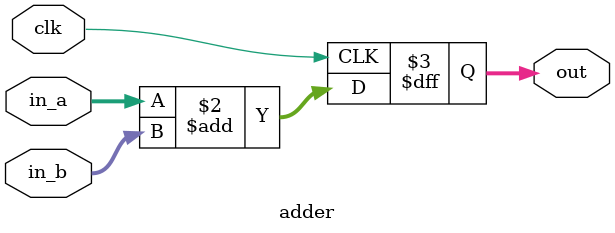
<source format=sv>
/*
 * A simple adder.
 */
module adder #(
)(
    input clk, // Clock signal
    input [31:0] in_a,
    input [31:0] in_b,
    output [31:0] out
);

    /* Logic */
    reg [31:0] out;
    always @(posedge clk) begin
        out <= in_a + in_b;
    end

`ifdef FORMAL
    reg f_past_valid;
    initial f_past_valid = 0;
    always @(posedge clk) begin
        f_past_valid = 1;
    end

    /* Validate logic */
    always @(posedge clk) begin
    	if (f_past_valid) begin
            assert(out == in_a + in_b);
        end
    end
`endif
endmodule

</source>
